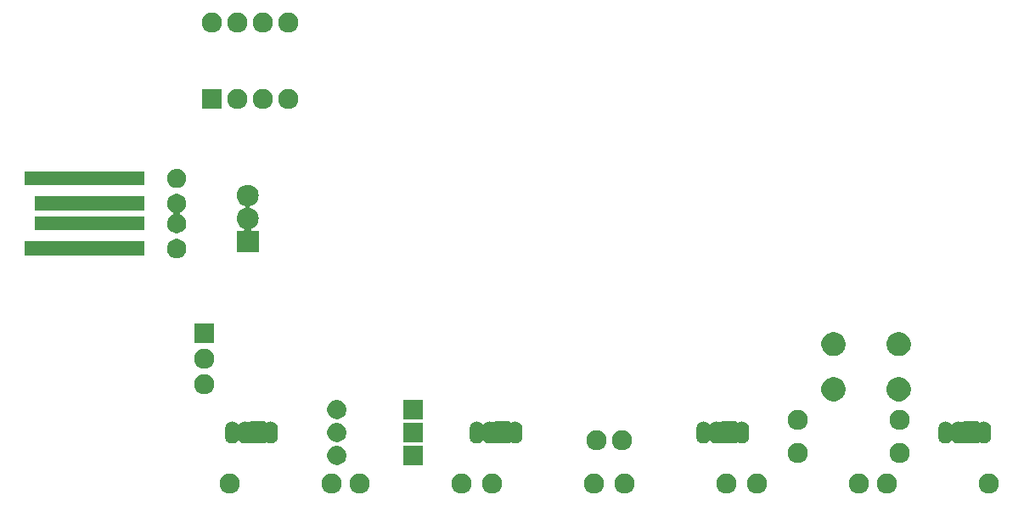
<source format=gts>
G04 #@! TF.GenerationSoftware,KiCad,Pcbnew,(5.1.5-0-10_14)*
G04 #@! TF.CreationDate,2020-10-20T19:31:47+02:00*
G04 #@! TF.ProjectId,badge_2020,62616467-655f-4323-9032-302e6b696361,rev?*
G04 #@! TF.SameCoordinates,Original*
G04 #@! TF.FileFunction,Soldermask,Top*
G04 #@! TF.FilePolarity,Negative*
%FSLAX46Y46*%
G04 Gerber Fmt 4.6, Leading zero omitted, Abs format (unit mm)*
G04 Created by KiCad (PCBNEW (5.1.5-0-10_14)) date 2020-10-20 19:31:47*
%MOMM*%
%LPD*%
G04 APERTURE LIST*
%ADD10C,0.100000*%
G04 APERTURE END LIST*
D10*
G36*
X213587290Y-138725619D02*
G01*
X213651689Y-138738429D01*
X213833678Y-138813811D01*
X213997463Y-138923249D01*
X214136751Y-139062537D01*
X214246189Y-139226322D01*
X214321571Y-139408311D01*
X214360000Y-139601509D01*
X214360000Y-139798491D01*
X214321571Y-139991689D01*
X214246189Y-140173678D01*
X214136751Y-140337463D01*
X213997463Y-140476751D01*
X213833678Y-140586189D01*
X213651689Y-140661571D01*
X213587290Y-140674381D01*
X213458493Y-140700000D01*
X213261507Y-140700000D01*
X213132710Y-140674381D01*
X213068311Y-140661571D01*
X212886322Y-140586189D01*
X212722537Y-140476751D01*
X212583249Y-140337463D01*
X212473811Y-140173678D01*
X212398429Y-139991689D01*
X212360000Y-139798491D01*
X212360000Y-139601509D01*
X212398429Y-139408311D01*
X212473811Y-139226322D01*
X212583249Y-139062537D01*
X212722537Y-138923249D01*
X212886322Y-138813811D01*
X213068311Y-138738429D01*
X213132710Y-138725619D01*
X213261507Y-138700000D01*
X213458493Y-138700000D01*
X213587290Y-138725619D01*
G37*
G36*
X203427290Y-138725619D02*
G01*
X203491689Y-138738429D01*
X203673678Y-138813811D01*
X203837463Y-138923249D01*
X203976751Y-139062537D01*
X204086189Y-139226322D01*
X204161571Y-139408311D01*
X204200000Y-139601509D01*
X204200000Y-139798491D01*
X204161571Y-139991689D01*
X204086189Y-140173678D01*
X203976751Y-140337463D01*
X203837463Y-140476751D01*
X203673678Y-140586189D01*
X203491689Y-140661571D01*
X203427290Y-140674381D01*
X203298493Y-140700000D01*
X203101507Y-140700000D01*
X202972710Y-140674381D01*
X202908311Y-140661571D01*
X202726322Y-140586189D01*
X202562537Y-140476751D01*
X202423249Y-140337463D01*
X202313811Y-140173678D01*
X202238429Y-139991689D01*
X202200000Y-139798491D01*
X202200000Y-139601509D01*
X202238429Y-139408311D01*
X202313811Y-139226322D01*
X202423249Y-139062537D01*
X202562537Y-138923249D01*
X202726322Y-138813811D01*
X202908311Y-138738429D01*
X202972710Y-138725619D01*
X203101507Y-138700000D01*
X203298493Y-138700000D01*
X203427290Y-138725619D01*
G37*
G36*
X200633290Y-138725619D02*
G01*
X200697689Y-138738429D01*
X200879678Y-138813811D01*
X201043463Y-138923249D01*
X201182751Y-139062537D01*
X201292189Y-139226322D01*
X201367571Y-139408311D01*
X201406000Y-139601509D01*
X201406000Y-139798491D01*
X201367571Y-139991689D01*
X201292189Y-140173678D01*
X201182751Y-140337463D01*
X201043463Y-140476751D01*
X200879678Y-140586189D01*
X200697689Y-140661571D01*
X200633290Y-140674381D01*
X200504493Y-140700000D01*
X200307507Y-140700000D01*
X200178710Y-140674381D01*
X200114311Y-140661571D01*
X199932322Y-140586189D01*
X199768537Y-140476751D01*
X199629249Y-140337463D01*
X199519811Y-140173678D01*
X199444429Y-139991689D01*
X199406000Y-139798491D01*
X199406000Y-139601509D01*
X199444429Y-139408311D01*
X199519811Y-139226322D01*
X199629249Y-139062537D01*
X199768537Y-138923249D01*
X199932322Y-138813811D01*
X200114311Y-138738429D01*
X200178710Y-138725619D01*
X200307507Y-138700000D01*
X200504493Y-138700000D01*
X200633290Y-138725619D01*
G37*
G36*
X190473290Y-138725619D02*
G01*
X190537689Y-138738429D01*
X190719678Y-138813811D01*
X190883463Y-138923249D01*
X191022751Y-139062537D01*
X191132189Y-139226322D01*
X191207571Y-139408311D01*
X191246000Y-139601509D01*
X191246000Y-139798491D01*
X191207571Y-139991689D01*
X191132189Y-140173678D01*
X191022751Y-140337463D01*
X190883463Y-140476751D01*
X190719678Y-140586189D01*
X190537689Y-140661571D01*
X190473290Y-140674381D01*
X190344493Y-140700000D01*
X190147507Y-140700000D01*
X190018710Y-140674381D01*
X189954311Y-140661571D01*
X189772322Y-140586189D01*
X189608537Y-140476751D01*
X189469249Y-140337463D01*
X189359811Y-140173678D01*
X189284429Y-139991689D01*
X189246000Y-139798491D01*
X189246000Y-139601509D01*
X189284429Y-139408311D01*
X189359811Y-139226322D01*
X189469249Y-139062537D01*
X189608537Y-138923249D01*
X189772322Y-138813811D01*
X189954311Y-138738429D01*
X190018710Y-138725619D01*
X190147507Y-138700000D01*
X190344493Y-138700000D01*
X190473290Y-138725619D01*
G37*
G36*
X187425290Y-138725619D02*
G01*
X187489689Y-138738429D01*
X187671678Y-138813811D01*
X187835463Y-138923249D01*
X187974751Y-139062537D01*
X188084189Y-139226322D01*
X188159571Y-139408311D01*
X188198000Y-139601509D01*
X188198000Y-139798491D01*
X188159571Y-139991689D01*
X188084189Y-140173678D01*
X187974751Y-140337463D01*
X187835463Y-140476751D01*
X187671678Y-140586189D01*
X187489689Y-140661571D01*
X187425290Y-140674381D01*
X187296493Y-140700000D01*
X187099507Y-140700000D01*
X186970710Y-140674381D01*
X186906311Y-140661571D01*
X186724322Y-140586189D01*
X186560537Y-140476751D01*
X186421249Y-140337463D01*
X186311811Y-140173678D01*
X186236429Y-139991689D01*
X186198000Y-139798491D01*
X186198000Y-139601509D01*
X186236429Y-139408311D01*
X186311811Y-139226322D01*
X186421249Y-139062537D01*
X186560537Y-138923249D01*
X186724322Y-138813811D01*
X186906311Y-138738429D01*
X186970710Y-138725619D01*
X187099507Y-138700000D01*
X187296493Y-138700000D01*
X187425290Y-138725619D01*
G37*
G36*
X177265290Y-138725619D02*
G01*
X177329689Y-138738429D01*
X177511678Y-138813811D01*
X177675463Y-138923249D01*
X177814751Y-139062537D01*
X177924189Y-139226322D01*
X177999571Y-139408311D01*
X178038000Y-139601509D01*
X178038000Y-139798491D01*
X177999571Y-139991689D01*
X177924189Y-140173678D01*
X177814751Y-140337463D01*
X177675463Y-140476751D01*
X177511678Y-140586189D01*
X177329689Y-140661571D01*
X177265290Y-140674381D01*
X177136493Y-140700000D01*
X176939507Y-140700000D01*
X176810710Y-140674381D01*
X176746311Y-140661571D01*
X176564322Y-140586189D01*
X176400537Y-140476751D01*
X176261249Y-140337463D01*
X176151811Y-140173678D01*
X176076429Y-139991689D01*
X176038000Y-139798491D01*
X176038000Y-139601509D01*
X176076429Y-139408311D01*
X176151811Y-139226322D01*
X176261249Y-139062537D01*
X176400537Y-138923249D01*
X176564322Y-138813811D01*
X176746311Y-138738429D01*
X176810710Y-138725619D01*
X176939507Y-138700000D01*
X177136493Y-138700000D01*
X177265290Y-138725619D01*
G37*
G36*
X174217290Y-138725619D02*
G01*
X174281689Y-138738429D01*
X174463678Y-138813811D01*
X174627463Y-138923249D01*
X174766751Y-139062537D01*
X174876189Y-139226322D01*
X174951571Y-139408311D01*
X174990000Y-139601509D01*
X174990000Y-139798491D01*
X174951571Y-139991689D01*
X174876189Y-140173678D01*
X174766751Y-140337463D01*
X174627463Y-140476751D01*
X174463678Y-140586189D01*
X174281689Y-140661571D01*
X174217290Y-140674381D01*
X174088493Y-140700000D01*
X173891507Y-140700000D01*
X173762710Y-140674381D01*
X173698311Y-140661571D01*
X173516322Y-140586189D01*
X173352537Y-140476751D01*
X173213249Y-140337463D01*
X173103811Y-140173678D01*
X173028429Y-139991689D01*
X172990000Y-139798491D01*
X172990000Y-139601509D01*
X173028429Y-139408311D01*
X173103811Y-139226322D01*
X173213249Y-139062537D01*
X173352537Y-138923249D01*
X173516322Y-138813811D01*
X173698311Y-138738429D01*
X173762710Y-138725619D01*
X173891507Y-138700000D01*
X174088493Y-138700000D01*
X174217290Y-138725619D01*
G37*
G36*
X164057290Y-138725619D02*
G01*
X164121689Y-138738429D01*
X164303678Y-138813811D01*
X164467463Y-138923249D01*
X164606751Y-139062537D01*
X164716189Y-139226322D01*
X164791571Y-139408311D01*
X164830000Y-139601509D01*
X164830000Y-139798491D01*
X164791571Y-139991689D01*
X164716189Y-140173678D01*
X164606751Y-140337463D01*
X164467463Y-140476751D01*
X164303678Y-140586189D01*
X164121689Y-140661571D01*
X164057290Y-140674381D01*
X163928493Y-140700000D01*
X163731507Y-140700000D01*
X163602710Y-140674381D01*
X163538311Y-140661571D01*
X163356322Y-140586189D01*
X163192537Y-140476751D01*
X163053249Y-140337463D01*
X162943811Y-140173678D01*
X162868429Y-139991689D01*
X162830000Y-139798491D01*
X162830000Y-139601509D01*
X162868429Y-139408311D01*
X162943811Y-139226322D01*
X163053249Y-139062537D01*
X163192537Y-138923249D01*
X163356322Y-138813811D01*
X163538311Y-138738429D01*
X163602710Y-138725619D01*
X163731507Y-138700000D01*
X163928493Y-138700000D01*
X164057290Y-138725619D01*
G37*
G36*
X161009290Y-138725619D02*
G01*
X161073689Y-138738429D01*
X161255678Y-138813811D01*
X161419463Y-138923249D01*
X161558751Y-139062537D01*
X161668189Y-139226322D01*
X161743571Y-139408311D01*
X161782000Y-139601509D01*
X161782000Y-139798491D01*
X161743571Y-139991689D01*
X161668189Y-140173678D01*
X161558751Y-140337463D01*
X161419463Y-140476751D01*
X161255678Y-140586189D01*
X161073689Y-140661571D01*
X161009290Y-140674381D01*
X160880493Y-140700000D01*
X160683507Y-140700000D01*
X160554710Y-140674381D01*
X160490311Y-140661571D01*
X160308322Y-140586189D01*
X160144537Y-140476751D01*
X160005249Y-140337463D01*
X159895811Y-140173678D01*
X159820429Y-139991689D01*
X159782000Y-139798491D01*
X159782000Y-139601509D01*
X159820429Y-139408311D01*
X159895811Y-139226322D01*
X160005249Y-139062537D01*
X160144537Y-138923249D01*
X160308322Y-138813811D01*
X160490311Y-138738429D01*
X160554710Y-138725619D01*
X160683507Y-138700000D01*
X160880493Y-138700000D01*
X161009290Y-138725619D01*
G37*
G36*
X150849290Y-138725619D02*
G01*
X150913689Y-138738429D01*
X151095678Y-138813811D01*
X151259463Y-138923249D01*
X151398751Y-139062537D01*
X151508189Y-139226322D01*
X151583571Y-139408311D01*
X151622000Y-139601509D01*
X151622000Y-139798491D01*
X151583571Y-139991689D01*
X151508189Y-140173678D01*
X151398751Y-140337463D01*
X151259463Y-140476751D01*
X151095678Y-140586189D01*
X150913689Y-140661571D01*
X150849290Y-140674381D01*
X150720493Y-140700000D01*
X150523507Y-140700000D01*
X150394710Y-140674381D01*
X150330311Y-140661571D01*
X150148322Y-140586189D01*
X149984537Y-140476751D01*
X149845249Y-140337463D01*
X149735811Y-140173678D01*
X149660429Y-139991689D01*
X149622000Y-139798491D01*
X149622000Y-139601509D01*
X149660429Y-139408311D01*
X149735811Y-139226322D01*
X149845249Y-139062537D01*
X149984537Y-138923249D01*
X150148322Y-138813811D01*
X150330311Y-138738429D01*
X150394710Y-138725619D01*
X150523507Y-138700000D01*
X150720493Y-138700000D01*
X150849290Y-138725619D01*
G37*
G36*
X148055290Y-138725619D02*
G01*
X148119689Y-138738429D01*
X148301678Y-138813811D01*
X148465463Y-138923249D01*
X148604751Y-139062537D01*
X148714189Y-139226322D01*
X148789571Y-139408311D01*
X148828000Y-139601509D01*
X148828000Y-139798491D01*
X148789571Y-139991689D01*
X148714189Y-140173678D01*
X148604751Y-140337463D01*
X148465463Y-140476751D01*
X148301678Y-140586189D01*
X148119689Y-140661571D01*
X148055290Y-140674381D01*
X147926493Y-140700000D01*
X147729507Y-140700000D01*
X147600710Y-140674381D01*
X147536311Y-140661571D01*
X147354322Y-140586189D01*
X147190537Y-140476751D01*
X147051249Y-140337463D01*
X146941811Y-140173678D01*
X146866429Y-139991689D01*
X146828000Y-139798491D01*
X146828000Y-139601509D01*
X146866429Y-139408311D01*
X146941811Y-139226322D01*
X147051249Y-139062537D01*
X147190537Y-138923249D01*
X147354322Y-138813811D01*
X147536311Y-138738429D01*
X147600710Y-138725619D01*
X147729507Y-138700000D01*
X147926493Y-138700000D01*
X148055290Y-138725619D01*
G37*
G36*
X137895290Y-138725619D02*
G01*
X137959689Y-138738429D01*
X138141678Y-138813811D01*
X138305463Y-138923249D01*
X138444751Y-139062537D01*
X138554189Y-139226322D01*
X138629571Y-139408311D01*
X138668000Y-139601509D01*
X138668000Y-139798491D01*
X138629571Y-139991689D01*
X138554189Y-140173678D01*
X138444751Y-140337463D01*
X138305463Y-140476751D01*
X138141678Y-140586189D01*
X137959689Y-140661571D01*
X137895290Y-140674381D01*
X137766493Y-140700000D01*
X137569507Y-140700000D01*
X137440710Y-140674381D01*
X137376311Y-140661571D01*
X137194322Y-140586189D01*
X137030537Y-140476751D01*
X136891249Y-140337463D01*
X136781811Y-140173678D01*
X136706429Y-139991689D01*
X136668000Y-139798491D01*
X136668000Y-139601509D01*
X136706429Y-139408311D01*
X136781811Y-139226322D01*
X136891249Y-139062537D01*
X137030537Y-138923249D01*
X137194322Y-138813811D01*
X137376311Y-138738429D01*
X137440710Y-138725619D01*
X137569507Y-138700000D01*
X137766493Y-138700000D01*
X137895290Y-138725619D01*
G37*
G36*
X156906000Y-137856000D02*
G01*
X155006000Y-137856000D01*
X155006000Y-135956000D01*
X156906000Y-135956000D01*
X156906000Y-137856000D01*
G37*
G36*
X148521336Y-135974254D02*
G01*
X148613105Y-135992508D01*
X148785994Y-136064121D01*
X148941590Y-136168087D01*
X149073913Y-136300410D01*
X149177879Y-136456006D01*
X149249492Y-136628895D01*
X149286000Y-136812433D01*
X149286000Y-136999567D01*
X149249492Y-137183105D01*
X149177879Y-137355994D01*
X149073913Y-137511590D01*
X148941590Y-137643913D01*
X148785994Y-137747879D01*
X148613105Y-137819492D01*
X148521336Y-137837746D01*
X148429568Y-137856000D01*
X148242432Y-137856000D01*
X148150664Y-137837746D01*
X148058895Y-137819492D01*
X147886006Y-137747879D01*
X147730410Y-137643913D01*
X147598087Y-137511590D01*
X147494121Y-137355994D01*
X147422508Y-137183105D01*
X147386000Y-136999567D01*
X147386000Y-136812433D01*
X147422508Y-136628895D01*
X147494121Y-136456006D01*
X147598087Y-136300410D01*
X147730410Y-136168087D01*
X147886006Y-136064121D01*
X148058895Y-135992508D01*
X148150664Y-135974254D01*
X148242432Y-135956000D01*
X148429568Y-135956000D01*
X148521336Y-135974254D01*
G37*
G36*
X194537290Y-135677619D02*
G01*
X194601689Y-135690429D01*
X194783678Y-135765811D01*
X194947463Y-135875249D01*
X195086751Y-136014537D01*
X195196189Y-136178322D01*
X195264637Y-136343571D01*
X195271571Y-136360312D01*
X195310000Y-136553507D01*
X195310000Y-136750493D01*
X195297679Y-136812433D01*
X195271571Y-136943689D01*
X195196189Y-137125678D01*
X195086751Y-137289463D01*
X194947463Y-137428751D01*
X194783678Y-137538189D01*
X194601689Y-137613571D01*
X194537290Y-137626381D01*
X194408493Y-137652000D01*
X194211507Y-137652000D01*
X194082710Y-137626381D01*
X194018311Y-137613571D01*
X193836322Y-137538189D01*
X193672537Y-137428751D01*
X193533249Y-137289463D01*
X193423811Y-137125678D01*
X193348429Y-136943689D01*
X193322321Y-136812433D01*
X193310000Y-136750493D01*
X193310000Y-136553507D01*
X193348429Y-136360312D01*
X193355363Y-136343571D01*
X193423811Y-136178322D01*
X193533249Y-136014537D01*
X193672537Y-135875249D01*
X193836322Y-135765811D01*
X194018311Y-135690429D01*
X194082710Y-135677619D01*
X194211507Y-135652000D01*
X194408493Y-135652000D01*
X194537290Y-135677619D01*
G37*
G36*
X204697290Y-135677619D02*
G01*
X204761689Y-135690429D01*
X204943678Y-135765811D01*
X205107463Y-135875249D01*
X205246751Y-136014537D01*
X205356189Y-136178322D01*
X205424637Y-136343571D01*
X205431571Y-136360312D01*
X205470000Y-136553507D01*
X205470000Y-136750493D01*
X205457679Y-136812433D01*
X205431571Y-136943689D01*
X205356189Y-137125678D01*
X205246751Y-137289463D01*
X205107463Y-137428751D01*
X204943678Y-137538189D01*
X204761689Y-137613571D01*
X204697290Y-137626381D01*
X204568493Y-137652000D01*
X204371507Y-137652000D01*
X204242710Y-137626381D01*
X204178311Y-137613571D01*
X203996322Y-137538189D01*
X203832537Y-137428751D01*
X203693249Y-137289463D01*
X203583811Y-137125678D01*
X203508429Y-136943689D01*
X203482321Y-136812433D01*
X203470000Y-136750493D01*
X203470000Y-136553507D01*
X203508429Y-136360312D01*
X203515363Y-136343571D01*
X203583811Y-136178322D01*
X203693249Y-136014537D01*
X203832537Y-135875249D01*
X203996322Y-135765811D01*
X204178311Y-135690429D01*
X204242710Y-135677619D01*
X204371507Y-135652000D01*
X204568493Y-135652000D01*
X204697290Y-135677619D01*
G37*
G36*
X177011290Y-134407619D02*
G01*
X177075689Y-134420429D01*
X177257678Y-134495811D01*
X177421463Y-134605249D01*
X177560751Y-134744537D01*
X177670189Y-134908322D01*
X177745571Y-135090311D01*
X177758381Y-135154710D01*
X177772480Y-135225590D01*
X177784000Y-135283509D01*
X177784000Y-135480491D01*
X177745571Y-135673689D01*
X177670189Y-135855678D01*
X177560751Y-136019463D01*
X177421463Y-136158751D01*
X177257678Y-136268189D01*
X177075689Y-136343571D01*
X177011290Y-136356381D01*
X176882493Y-136382000D01*
X176685507Y-136382000D01*
X176556710Y-136356381D01*
X176492311Y-136343571D01*
X176310322Y-136268189D01*
X176146537Y-136158751D01*
X176007249Y-136019463D01*
X175897811Y-135855678D01*
X175822429Y-135673689D01*
X175784000Y-135480491D01*
X175784000Y-135283509D01*
X175795521Y-135225590D01*
X175809619Y-135154710D01*
X175822429Y-135090311D01*
X175897811Y-134908322D01*
X176007249Y-134744537D01*
X176146537Y-134605249D01*
X176310322Y-134495811D01*
X176492311Y-134420429D01*
X176556710Y-134407619D01*
X176685507Y-134382000D01*
X176882493Y-134382000D01*
X177011290Y-134407619D01*
G37*
G36*
X174471290Y-134407619D02*
G01*
X174535689Y-134420429D01*
X174717678Y-134495811D01*
X174881463Y-134605249D01*
X175020751Y-134744537D01*
X175130189Y-134908322D01*
X175205571Y-135090311D01*
X175218381Y-135154710D01*
X175232480Y-135225590D01*
X175244000Y-135283509D01*
X175244000Y-135480491D01*
X175205571Y-135673689D01*
X175130189Y-135855678D01*
X175020751Y-136019463D01*
X174881463Y-136158751D01*
X174717678Y-136268189D01*
X174535689Y-136343571D01*
X174471290Y-136356381D01*
X174342493Y-136382000D01*
X174145507Y-136382000D01*
X174016710Y-136356381D01*
X173952311Y-136343571D01*
X173770322Y-136268189D01*
X173606537Y-136158751D01*
X173467249Y-136019463D01*
X173357811Y-135855678D01*
X173282429Y-135673689D01*
X173244000Y-135480491D01*
X173244000Y-135283509D01*
X173255521Y-135225590D01*
X173269619Y-135154710D01*
X173282429Y-135090311D01*
X173357811Y-134908322D01*
X173467249Y-134744537D01*
X173606537Y-134605249D01*
X173770322Y-134495811D01*
X173952311Y-134420429D01*
X174016710Y-134407619D01*
X174145507Y-134382000D01*
X174342493Y-134382000D01*
X174471290Y-134407619D01*
G37*
G36*
X188866085Y-133530635D02*
G01*
X188956068Y-133557931D01*
X189004637Y-133572664D01*
X189132319Y-133640912D01*
X189244238Y-133732762D01*
X189336088Y-133844681D01*
X189404336Y-133972363D01*
X189404337Y-133972367D01*
X189446365Y-134110915D01*
X189457000Y-134218895D01*
X189457000Y-135021105D01*
X189446365Y-135129085D01*
X189417091Y-135225589D01*
X189404336Y-135267637D01*
X189336088Y-135395319D01*
X189244238Y-135507238D01*
X189132318Y-135599088D01*
X189004636Y-135667336D01*
X188968584Y-135678272D01*
X188866084Y-135709365D01*
X188722000Y-135723556D01*
X188577915Y-135709365D01*
X188475415Y-135678272D01*
X188439363Y-135667336D01*
X188370923Y-135630754D01*
X188348284Y-135621376D01*
X188324251Y-135616596D01*
X188299747Y-135616596D01*
X188275713Y-135621377D01*
X188253075Y-135630754D01*
X188232700Y-135644368D01*
X188215373Y-135661695D01*
X188201760Y-135682069D01*
X188192382Y-135704708D01*
X188190114Y-135720000D01*
X186714932Y-135720000D01*
X186714598Y-135716606D01*
X186707485Y-135693157D01*
X186695934Y-135671546D01*
X186680389Y-135652604D01*
X186661447Y-135637059D01*
X186639836Y-135625508D01*
X186616387Y-135618395D01*
X186592001Y-135615993D01*
X186567615Y-135618395D01*
X186544166Y-135625508D01*
X186533077Y-135630753D01*
X186464636Y-135667336D01*
X186428584Y-135678272D01*
X186326084Y-135709365D01*
X186182000Y-135723556D01*
X186037915Y-135709365D01*
X185935415Y-135678272D01*
X185899363Y-135667336D01*
X185771681Y-135599088D01*
X185659762Y-135507238D01*
X185643625Y-135487575D01*
X185626298Y-135470248D01*
X185605923Y-135456634D01*
X185583284Y-135447257D01*
X185559251Y-135442477D01*
X185534747Y-135442477D01*
X185510714Y-135447258D01*
X185488075Y-135456635D01*
X185467701Y-135470249D01*
X185450375Y-135487575D01*
X185434238Y-135507238D01*
X185322318Y-135599088D01*
X185194636Y-135667336D01*
X185158584Y-135678272D01*
X185056084Y-135709365D01*
X184912000Y-135723556D01*
X184767915Y-135709365D01*
X184665415Y-135678272D01*
X184629363Y-135667336D01*
X184501681Y-135599088D01*
X184389762Y-135507238D01*
X184297912Y-135395318D01*
X184229664Y-135267636D01*
X184216909Y-135225589D01*
X184187635Y-135129084D01*
X184177000Y-135021104D01*
X184177000Y-134218895D01*
X184187635Y-134110915D01*
X184229664Y-133972367D01*
X184229665Y-133972364D01*
X184297913Y-133844681D01*
X184389763Y-133732762D01*
X184501682Y-133640912D01*
X184629364Y-133572664D01*
X184677933Y-133557931D01*
X184767916Y-133530635D01*
X184912000Y-133516444D01*
X185056085Y-133530635D01*
X185146068Y-133557931D01*
X185194637Y-133572664D01*
X185322319Y-133640912D01*
X185323265Y-133641688D01*
X185434238Y-133732762D01*
X185450380Y-133752431D01*
X185467704Y-133769753D01*
X185488078Y-133783367D01*
X185510717Y-133792744D01*
X185534750Y-133797524D01*
X185559255Y-133797524D01*
X185583288Y-133792743D01*
X185605926Y-133783366D01*
X185626301Y-133769752D01*
X185643621Y-133752431D01*
X185659763Y-133732762D01*
X185770735Y-133641689D01*
X185771682Y-133640912D01*
X185899364Y-133572664D01*
X185947933Y-133557931D01*
X186037916Y-133530635D01*
X186182000Y-133516444D01*
X186326085Y-133530635D01*
X186416068Y-133557931D01*
X186464637Y-133572664D01*
X186533077Y-133609246D01*
X186555716Y-133618624D01*
X186579749Y-133623404D01*
X186604253Y-133623404D01*
X186628287Y-133618623D01*
X186650925Y-133609246D01*
X186671300Y-133595632D01*
X186688627Y-133578305D01*
X186702240Y-133557931D01*
X186711618Y-133535292D01*
X186713886Y-133520000D01*
X188189068Y-133520000D01*
X188189402Y-133523394D01*
X188196515Y-133546843D01*
X188208066Y-133568454D01*
X188223611Y-133587396D01*
X188242553Y-133602941D01*
X188264164Y-133614492D01*
X188287613Y-133621605D01*
X188311999Y-133624007D01*
X188336385Y-133621605D01*
X188359834Y-133614492D01*
X188370923Y-133609247D01*
X188439364Y-133572664D01*
X188487933Y-133557931D01*
X188577916Y-133530635D01*
X188722000Y-133516444D01*
X188866085Y-133530635D01*
G37*
G36*
X212996085Y-133530635D02*
G01*
X213086068Y-133557931D01*
X213134637Y-133572664D01*
X213262319Y-133640912D01*
X213374238Y-133732762D01*
X213466088Y-133844681D01*
X213534336Y-133972363D01*
X213534337Y-133972367D01*
X213576365Y-134110915D01*
X213587000Y-134218895D01*
X213587000Y-135021105D01*
X213576365Y-135129085D01*
X213547091Y-135225589D01*
X213534336Y-135267637D01*
X213466088Y-135395319D01*
X213374238Y-135507238D01*
X213262318Y-135599088D01*
X213134636Y-135667336D01*
X213098584Y-135678272D01*
X212996084Y-135709365D01*
X212852000Y-135723556D01*
X212707915Y-135709365D01*
X212605415Y-135678272D01*
X212569363Y-135667336D01*
X212500923Y-135630754D01*
X212478284Y-135621376D01*
X212454251Y-135616596D01*
X212429747Y-135616596D01*
X212405713Y-135621377D01*
X212383075Y-135630754D01*
X212362700Y-135644368D01*
X212345373Y-135661695D01*
X212331760Y-135682069D01*
X212322382Y-135704708D01*
X212320114Y-135720000D01*
X210844932Y-135720000D01*
X210844598Y-135716606D01*
X210837485Y-135693157D01*
X210825934Y-135671546D01*
X210810389Y-135652604D01*
X210791447Y-135637059D01*
X210769836Y-135625508D01*
X210746387Y-135618395D01*
X210722001Y-135615993D01*
X210697615Y-135618395D01*
X210674166Y-135625508D01*
X210663077Y-135630753D01*
X210594636Y-135667336D01*
X210558584Y-135678272D01*
X210456084Y-135709365D01*
X210312000Y-135723556D01*
X210167915Y-135709365D01*
X210065415Y-135678272D01*
X210029363Y-135667336D01*
X209901681Y-135599088D01*
X209789762Y-135507238D01*
X209773625Y-135487575D01*
X209756298Y-135470248D01*
X209735923Y-135456634D01*
X209713284Y-135447257D01*
X209689251Y-135442477D01*
X209664747Y-135442477D01*
X209640714Y-135447258D01*
X209618075Y-135456635D01*
X209597701Y-135470249D01*
X209580375Y-135487575D01*
X209564238Y-135507238D01*
X209452318Y-135599088D01*
X209324636Y-135667336D01*
X209288584Y-135678272D01*
X209186084Y-135709365D01*
X209042000Y-135723556D01*
X208897915Y-135709365D01*
X208795415Y-135678272D01*
X208759363Y-135667336D01*
X208631681Y-135599088D01*
X208519762Y-135507238D01*
X208427912Y-135395318D01*
X208359664Y-135267636D01*
X208346909Y-135225589D01*
X208317635Y-135129084D01*
X208307000Y-135021104D01*
X208307000Y-134218895D01*
X208317635Y-134110915D01*
X208359664Y-133972367D01*
X208359665Y-133972364D01*
X208427913Y-133844681D01*
X208519763Y-133732762D01*
X208631682Y-133640912D01*
X208759364Y-133572664D01*
X208807933Y-133557931D01*
X208897916Y-133530635D01*
X209042000Y-133516444D01*
X209186085Y-133530635D01*
X209276068Y-133557931D01*
X209324637Y-133572664D01*
X209452319Y-133640912D01*
X209453265Y-133641688D01*
X209564238Y-133732762D01*
X209580380Y-133752431D01*
X209597704Y-133769753D01*
X209618078Y-133783367D01*
X209640717Y-133792744D01*
X209664750Y-133797524D01*
X209689255Y-133797524D01*
X209713288Y-133792743D01*
X209735926Y-133783366D01*
X209756301Y-133769752D01*
X209773621Y-133752431D01*
X209789763Y-133732762D01*
X209900735Y-133641689D01*
X209901682Y-133640912D01*
X210029364Y-133572664D01*
X210077933Y-133557931D01*
X210167916Y-133530635D01*
X210312000Y-133516444D01*
X210456085Y-133530635D01*
X210546068Y-133557931D01*
X210594637Y-133572664D01*
X210663077Y-133609246D01*
X210685716Y-133618624D01*
X210709749Y-133623404D01*
X210734253Y-133623404D01*
X210758287Y-133618623D01*
X210780925Y-133609246D01*
X210801300Y-133595632D01*
X210818627Y-133578305D01*
X210832240Y-133557931D01*
X210841618Y-133535292D01*
X210843886Y-133520000D01*
X212319068Y-133520000D01*
X212319402Y-133523394D01*
X212326515Y-133546843D01*
X212338066Y-133568454D01*
X212353611Y-133587396D01*
X212372553Y-133602941D01*
X212394164Y-133614492D01*
X212417613Y-133621605D01*
X212441999Y-133624007D01*
X212466385Y-133621605D01*
X212489834Y-133614492D01*
X212500923Y-133609247D01*
X212569364Y-133572664D01*
X212617933Y-133557931D01*
X212707916Y-133530635D01*
X212852000Y-133516444D01*
X212996085Y-133530635D01*
G37*
G36*
X166260085Y-133530635D02*
G01*
X166350068Y-133557931D01*
X166398637Y-133572664D01*
X166526319Y-133640912D01*
X166638238Y-133732762D01*
X166730088Y-133844681D01*
X166798336Y-133972363D01*
X166798337Y-133972367D01*
X166840365Y-134110915D01*
X166851000Y-134218895D01*
X166851000Y-135021105D01*
X166840365Y-135129085D01*
X166811091Y-135225589D01*
X166798336Y-135267637D01*
X166730088Y-135395319D01*
X166638238Y-135507238D01*
X166526318Y-135599088D01*
X166398636Y-135667336D01*
X166362584Y-135678272D01*
X166260084Y-135709365D01*
X166116000Y-135723556D01*
X165971915Y-135709365D01*
X165869415Y-135678272D01*
X165833363Y-135667336D01*
X165764923Y-135630754D01*
X165742284Y-135621376D01*
X165718251Y-135616596D01*
X165693747Y-135616596D01*
X165669713Y-135621377D01*
X165647075Y-135630754D01*
X165626700Y-135644368D01*
X165609373Y-135661695D01*
X165595760Y-135682069D01*
X165586382Y-135704708D01*
X165584114Y-135720000D01*
X164108932Y-135720000D01*
X164108598Y-135716606D01*
X164101485Y-135693157D01*
X164089934Y-135671546D01*
X164074389Y-135652604D01*
X164055447Y-135637059D01*
X164033836Y-135625508D01*
X164010387Y-135618395D01*
X163986001Y-135615993D01*
X163961615Y-135618395D01*
X163938166Y-135625508D01*
X163927077Y-135630753D01*
X163858636Y-135667336D01*
X163822584Y-135678272D01*
X163720084Y-135709365D01*
X163576000Y-135723556D01*
X163431915Y-135709365D01*
X163329415Y-135678272D01*
X163293363Y-135667336D01*
X163165681Y-135599088D01*
X163053762Y-135507238D01*
X163037625Y-135487575D01*
X163020298Y-135470248D01*
X162999923Y-135456634D01*
X162977284Y-135447257D01*
X162953251Y-135442477D01*
X162928747Y-135442477D01*
X162904714Y-135447258D01*
X162882075Y-135456635D01*
X162861701Y-135470249D01*
X162844375Y-135487575D01*
X162828238Y-135507238D01*
X162716318Y-135599088D01*
X162588636Y-135667336D01*
X162552584Y-135678272D01*
X162450084Y-135709365D01*
X162306000Y-135723556D01*
X162161915Y-135709365D01*
X162059415Y-135678272D01*
X162023363Y-135667336D01*
X161895681Y-135599088D01*
X161783762Y-135507238D01*
X161691912Y-135395318D01*
X161623664Y-135267636D01*
X161610909Y-135225589D01*
X161581635Y-135129084D01*
X161571000Y-135021104D01*
X161571000Y-134218895D01*
X161581635Y-134110915D01*
X161623664Y-133972367D01*
X161623665Y-133972364D01*
X161691913Y-133844681D01*
X161783763Y-133732762D01*
X161895682Y-133640912D01*
X162023364Y-133572664D01*
X162071933Y-133557931D01*
X162161916Y-133530635D01*
X162306000Y-133516444D01*
X162450085Y-133530635D01*
X162540068Y-133557931D01*
X162588637Y-133572664D01*
X162716319Y-133640912D01*
X162717265Y-133641688D01*
X162828238Y-133732762D01*
X162844380Y-133752431D01*
X162861704Y-133769753D01*
X162882078Y-133783367D01*
X162904717Y-133792744D01*
X162928750Y-133797524D01*
X162953255Y-133797524D01*
X162977288Y-133792743D01*
X162999926Y-133783366D01*
X163020301Y-133769752D01*
X163037621Y-133752431D01*
X163053763Y-133732762D01*
X163164735Y-133641689D01*
X163165682Y-133640912D01*
X163293364Y-133572664D01*
X163341933Y-133557931D01*
X163431916Y-133530635D01*
X163576000Y-133516444D01*
X163720085Y-133530635D01*
X163810068Y-133557931D01*
X163858637Y-133572664D01*
X163927077Y-133609246D01*
X163949716Y-133618624D01*
X163973749Y-133623404D01*
X163998253Y-133623404D01*
X164022287Y-133618623D01*
X164044925Y-133609246D01*
X164065300Y-133595632D01*
X164082627Y-133578305D01*
X164096240Y-133557931D01*
X164105618Y-133535292D01*
X164107886Y-133520000D01*
X165583068Y-133520000D01*
X165583402Y-133523394D01*
X165590515Y-133546843D01*
X165602066Y-133568454D01*
X165617611Y-133587396D01*
X165636553Y-133602941D01*
X165658164Y-133614492D01*
X165681613Y-133621605D01*
X165705999Y-133624007D01*
X165730385Y-133621605D01*
X165753834Y-133614492D01*
X165764923Y-133609247D01*
X165833364Y-133572664D01*
X165881933Y-133557931D01*
X165971916Y-133530635D01*
X166116000Y-133516444D01*
X166260085Y-133530635D01*
G37*
G36*
X141876085Y-133530635D02*
G01*
X141966068Y-133557931D01*
X142014637Y-133572664D01*
X142142319Y-133640912D01*
X142254238Y-133732762D01*
X142346088Y-133844681D01*
X142414336Y-133972363D01*
X142414337Y-133972367D01*
X142456365Y-134110915D01*
X142467000Y-134218895D01*
X142467000Y-135021105D01*
X142456365Y-135129085D01*
X142427091Y-135225589D01*
X142414336Y-135267637D01*
X142346088Y-135395319D01*
X142254238Y-135507238D01*
X142142318Y-135599088D01*
X142014636Y-135667336D01*
X141978584Y-135678272D01*
X141876084Y-135709365D01*
X141732000Y-135723556D01*
X141587915Y-135709365D01*
X141485415Y-135678272D01*
X141449363Y-135667336D01*
X141380923Y-135630754D01*
X141358284Y-135621376D01*
X141334251Y-135616596D01*
X141309747Y-135616596D01*
X141285713Y-135621377D01*
X141263075Y-135630754D01*
X141242700Y-135644368D01*
X141225373Y-135661695D01*
X141211760Y-135682069D01*
X141202382Y-135704708D01*
X141200114Y-135720000D01*
X139724932Y-135720000D01*
X139724598Y-135716606D01*
X139717485Y-135693157D01*
X139705934Y-135671546D01*
X139690389Y-135652604D01*
X139671447Y-135637059D01*
X139649836Y-135625508D01*
X139626387Y-135618395D01*
X139602001Y-135615993D01*
X139577615Y-135618395D01*
X139554166Y-135625508D01*
X139543077Y-135630753D01*
X139474636Y-135667336D01*
X139438584Y-135678272D01*
X139336084Y-135709365D01*
X139192000Y-135723556D01*
X139047915Y-135709365D01*
X138945415Y-135678272D01*
X138909363Y-135667336D01*
X138781681Y-135599088D01*
X138669762Y-135507238D01*
X138653625Y-135487575D01*
X138636298Y-135470248D01*
X138615923Y-135456634D01*
X138593284Y-135447257D01*
X138569251Y-135442477D01*
X138544747Y-135442477D01*
X138520714Y-135447258D01*
X138498075Y-135456635D01*
X138477701Y-135470249D01*
X138460375Y-135487575D01*
X138444238Y-135507238D01*
X138332318Y-135599088D01*
X138204636Y-135667336D01*
X138168584Y-135678272D01*
X138066084Y-135709365D01*
X137922000Y-135723556D01*
X137777915Y-135709365D01*
X137675415Y-135678272D01*
X137639363Y-135667336D01*
X137511681Y-135599088D01*
X137399762Y-135507238D01*
X137307912Y-135395318D01*
X137239664Y-135267636D01*
X137226909Y-135225589D01*
X137197635Y-135129084D01*
X137187000Y-135021104D01*
X137187000Y-134218895D01*
X137197635Y-134110915D01*
X137239664Y-133972367D01*
X137239665Y-133972364D01*
X137307913Y-133844681D01*
X137399763Y-133732762D01*
X137511682Y-133640912D01*
X137639364Y-133572664D01*
X137687933Y-133557931D01*
X137777916Y-133530635D01*
X137922000Y-133516444D01*
X138066085Y-133530635D01*
X138156068Y-133557931D01*
X138204637Y-133572664D01*
X138332319Y-133640912D01*
X138333265Y-133641688D01*
X138444238Y-133732762D01*
X138460380Y-133752431D01*
X138477704Y-133769753D01*
X138498078Y-133783367D01*
X138520717Y-133792744D01*
X138544750Y-133797524D01*
X138569255Y-133797524D01*
X138593288Y-133792743D01*
X138615926Y-133783366D01*
X138636301Y-133769752D01*
X138653621Y-133752431D01*
X138669763Y-133732762D01*
X138780735Y-133641689D01*
X138781682Y-133640912D01*
X138909364Y-133572664D01*
X138957933Y-133557931D01*
X139047916Y-133530635D01*
X139192000Y-133516444D01*
X139336085Y-133530635D01*
X139426068Y-133557931D01*
X139474637Y-133572664D01*
X139543077Y-133609246D01*
X139565716Y-133618624D01*
X139589749Y-133623404D01*
X139614253Y-133623404D01*
X139638287Y-133618623D01*
X139660925Y-133609246D01*
X139681300Y-133595632D01*
X139698627Y-133578305D01*
X139712240Y-133557931D01*
X139721618Y-133535292D01*
X139723886Y-133520000D01*
X141199068Y-133520000D01*
X141199402Y-133523394D01*
X141206515Y-133546843D01*
X141218066Y-133568454D01*
X141233611Y-133587396D01*
X141252553Y-133602941D01*
X141274164Y-133614492D01*
X141297613Y-133621605D01*
X141321999Y-133624007D01*
X141346385Y-133621605D01*
X141369834Y-133614492D01*
X141380923Y-133609247D01*
X141449364Y-133572664D01*
X141497933Y-133557931D01*
X141587916Y-133530635D01*
X141732000Y-133516444D01*
X141876085Y-133530635D01*
G37*
G36*
X156906000Y-135570000D02*
G01*
X155006000Y-135570000D01*
X155006000Y-133670000D01*
X156906000Y-133670000D01*
X156906000Y-135570000D01*
G37*
G36*
X148521336Y-133688254D02*
G01*
X148613105Y-133706508D01*
X148785994Y-133778121D01*
X148941590Y-133882087D01*
X149073913Y-134014410D01*
X149177879Y-134170006D01*
X149249492Y-134342895D01*
X149286000Y-134526433D01*
X149286000Y-134713567D01*
X149249492Y-134897105D01*
X149177879Y-135069994D01*
X149073913Y-135225590D01*
X148941590Y-135357913D01*
X148785994Y-135461879D01*
X148613105Y-135533492D01*
X148521336Y-135551746D01*
X148429568Y-135570000D01*
X148242432Y-135570000D01*
X148150664Y-135551746D01*
X148058895Y-135533492D01*
X147886006Y-135461879D01*
X147730410Y-135357913D01*
X147598087Y-135225590D01*
X147494121Y-135069994D01*
X147422508Y-134897105D01*
X147386000Y-134713567D01*
X147386000Y-134526433D01*
X147422508Y-134342895D01*
X147494121Y-134170006D01*
X147598087Y-134014410D01*
X147730410Y-133882087D01*
X147886006Y-133778121D01*
X148058895Y-133706508D01*
X148150664Y-133688254D01*
X148242432Y-133670000D01*
X148429568Y-133670000D01*
X148521336Y-133688254D01*
G37*
G36*
X194537290Y-132375619D02*
G01*
X194601689Y-132388429D01*
X194783678Y-132463811D01*
X194947463Y-132573249D01*
X195086751Y-132712537D01*
X195196189Y-132876322D01*
X195271571Y-133058311D01*
X195284381Y-133122710D01*
X195310000Y-133251507D01*
X195310000Y-133448493D01*
X195290437Y-133546843D01*
X195271571Y-133641689D01*
X195196189Y-133823678D01*
X195086751Y-133987463D01*
X194947463Y-134126751D01*
X194783678Y-134236189D01*
X194601689Y-134311571D01*
X194537290Y-134324381D01*
X194408493Y-134350000D01*
X194211507Y-134350000D01*
X194082710Y-134324381D01*
X194018311Y-134311571D01*
X193836322Y-134236189D01*
X193672537Y-134126751D01*
X193533249Y-133987463D01*
X193423811Y-133823678D01*
X193348429Y-133641689D01*
X193329563Y-133546843D01*
X193310000Y-133448493D01*
X193310000Y-133251507D01*
X193335619Y-133122710D01*
X193348429Y-133058311D01*
X193423811Y-132876322D01*
X193533249Y-132712537D01*
X193672537Y-132573249D01*
X193836322Y-132463811D01*
X194018311Y-132388429D01*
X194082710Y-132375619D01*
X194211507Y-132350000D01*
X194408493Y-132350000D01*
X194537290Y-132375619D01*
G37*
G36*
X204697290Y-132375619D02*
G01*
X204761689Y-132388429D01*
X204943678Y-132463811D01*
X205107463Y-132573249D01*
X205246751Y-132712537D01*
X205356189Y-132876322D01*
X205431571Y-133058311D01*
X205444381Y-133122710D01*
X205470000Y-133251507D01*
X205470000Y-133448493D01*
X205450437Y-133546843D01*
X205431571Y-133641689D01*
X205356189Y-133823678D01*
X205246751Y-133987463D01*
X205107463Y-134126751D01*
X204943678Y-134236189D01*
X204761689Y-134311571D01*
X204697290Y-134324381D01*
X204568493Y-134350000D01*
X204371507Y-134350000D01*
X204242710Y-134324381D01*
X204178311Y-134311571D01*
X203996322Y-134236189D01*
X203832537Y-134126751D01*
X203693249Y-133987463D01*
X203583811Y-133823678D01*
X203508429Y-133641689D01*
X203489563Y-133546843D01*
X203470000Y-133448493D01*
X203470000Y-133251507D01*
X203495619Y-133122710D01*
X203508429Y-133058311D01*
X203583811Y-132876322D01*
X203693249Y-132712537D01*
X203832537Y-132573249D01*
X203996322Y-132463811D01*
X204178311Y-132388429D01*
X204242710Y-132375619D01*
X204371507Y-132350000D01*
X204568493Y-132350000D01*
X204697290Y-132375619D01*
G37*
G36*
X148521336Y-131402254D02*
G01*
X148613105Y-131420508D01*
X148785994Y-131492121D01*
X148941590Y-131596087D01*
X149073913Y-131728410D01*
X149177879Y-131884006D01*
X149249492Y-132056895D01*
X149286000Y-132240433D01*
X149286000Y-132427567D01*
X149249492Y-132611105D01*
X149177879Y-132783994D01*
X149073913Y-132939590D01*
X148941590Y-133071913D01*
X148785994Y-133175879D01*
X148613105Y-133247492D01*
X148521336Y-133265746D01*
X148429568Y-133284000D01*
X148242432Y-133284000D01*
X148150664Y-133265746D01*
X148058895Y-133247492D01*
X147886006Y-133175879D01*
X147730410Y-133071913D01*
X147598087Y-132939590D01*
X147494121Y-132783994D01*
X147422508Y-132611105D01*
X147386000Y-132427567D01*
X147386000Y-132240433D01*
X147422508Y-132056895D01*
X147494121Y-131884006D01*
X147598087Y-131728410D01*
X147730410Y-131596087D01*
X147886006Y-131492121D01*
X148058895Y-131420508D01*
X148150664Y-131402254D01*
X148242432Y-131384000D01*
X148429568Y-131384000D01*
X148521336Y-131402254D01*
G37*
G36*
X156906000Y-133284000D02*
G01*
X155006000Y-133284000D01*
X155006000Y-131384000D01*
X156906000Y-131384000D01*
X156906000Y-133284000D01*
G37*
G36*
X204716026Y-129148115D02*
G01*
X204934411Y-129238573D01*
X204934413Y-129238574D01*
X205130955Y-129369899D01*
X205298101Y-129537045D01*
X205429427Y-129733589D01*
X205519885Y-129951974D01*
X205566000Y-130183809D01*
X205566000Y-130420191D01*
X205519885Y-130652026D01*
X205476995Y-130755571D01*
X205429426Y-130870413D01*
X205298101Y-131066955D01*
X205130955Y-131234101D01*
X204934413Y-131365426D01*
X204934412Y-131365427D01*
X204934411Y-131365427D01*
X204716026Y-131455885D01*
X204484191Y-131502000D01*
X204247809Y-131502000D01*
X204015974Y-131455885D01*
X203797589Y-131365427D01*
X203797588Y-131365427D01*
X203797587Y-131365426D01*
X203601045Y-131234101D01*
X203433899Y-131066955D01*
X203302574Y-130870413D01*
X203255005Y-130755571D01*
X203212115Y-130652026D01*
X203166000Y-130420191D01*
X203166000Y-130183809D01*
X203212115Y-129951974D01*
X203302573Y-129733589D01*
X203433899Y-129537045D01*
X203601045Y-129369899D01*
X203797587Y-129238574D01*
X203797589Y-129238573D01*
X204015974Y-129148115D01*
X204247809Y-129102000D01*
X204484191Y-129102000D01*
X204716026Y-129148115D01*
G37*
G36*
X198216026Y-129148115D02*
G01*
X198434411Y-129238573D01*
X198434413Y-129238574D01*
X198630955Y-129369899D01*
X198798101Y-129537045D01*
X198929427Y-129733589D01*
X199019885Y-129951974D01*
X199066000Y-130183809D01*
X199066000Y-130420191D01*
X199019885Y-130652026D01*
X198976995Y-130755571D01*
X198929426Y-130870413D01*
X198798101Y-131066955D01*
X198630955Y-131234101D01*
X198434413Y-131365426D01*
X198434412Y-131365427D01*
X198434411Y-131365427D01*
X198216026Y-131455885D01*
X197984191Y-131502000D01*
X197747809Y-131502000D01*
X197515974Y-131455885D01*
X197297589Y-131365427D01*
X197297588Y-131365427D01*
X197297587Y-131365426D01*
X197101045Y-131234101D01*
X196933899Y-131066955D01*
X196802574Y-130870413D01*
X196755005Y-130755571D01*
X196712115Y-130652026D01*
X196666000Y-130420191D01*
X196666000Y-130183809D01*
X196712115Y-129951974D01*
X196802573Y-129733589D01*
X196933899Y-129537045D01*
X197101045Y-129369899D01*
X197297587Y-129238574D01*
X197297589Y-129238573D01*
X197515974Y-129148115D01*
X197747809Y-129102000D01*
X197984191Y-129102000D01*
X198216026Y-129148115D01*
G37*
G36*
X135355290Y-128819619D02*
G01*
X135419689Y-128832429D01*
X135601678Y-128907811D01*
X135765463Y-129017249D01*
X135904751Y-129156537D01*
X136014189Y-129320322D01*
X136034724Y-129369899D01*
X136089571Y-129502312D01*
X136128000Y-129695507D01*
X136128000Y-129892493D01*
X136116168Y-129951974D01*
X136089571Y-130085689D01*
X136014189Y-130267678D01*
X135904751Y-130431463D01*
X135765463Y-130570751D01*
X135601678Y-130680189D01*
X135419689Y-130755571D01*
X135355290Y-130768381D01*
X135226493Y-130794000D01*
X135029507Y-130794000D01*
X134900710Y-130768381D01*
X134836311Y-130755571D01*
X134654322Y-130680189D01*
X134490537Y-130570751D01*
X134351249Y-130431463D01*
X134241811Y-130267678D01*
X134166429Y-130085689D01*
X134139832Y-129951974D01*
X134128000Y-129892493D01*
X134128000Y-129695507D01*
X134166429Y-129502312D01*
X134221276Y-129369899D01*
X134241811Y-129320322D01*
X134351249Y-129156537D01*
X134490537Y-129017249D01*
X134654322Y-128907811D01*
X134836311Y-128832429D01*
X134900710Y-128819619D01*
X135029507Y-128794000D01*
X135226493Y-128794000D01*
X135355290Y-128819619D01*
G37*
G36*
X135355290Y-126279619D02*
G01*
X135419689Y-126292429D01*
X135601678Y-126367811D01*
X135765463Y-126477249D01*
X135904751Y-126616537D01*
X136014189Y-126780322D01*
X136089571Y-126962311D01*
X136128000Y-127155509D01*
X136128000Y-127352491D01*
X136089571Y-127545689D01*
X136014189Y-127727678D01*
X135904751Y-127891463D01*
X135765463Y-128030751D01*
X135601678Y-128140189D01*
X135419689Y-128215571D01*
X135355290Y-128228381D01*
X135226493Y-128254000D01*
X135029507Y-128254000D01*
X134900710Y-128228381D01*
X134836311Y-128215571D01*
X134654322Y-128140189D01*
X134490537Y-128030751D01*
X134351249Y-127891463D01*
X134241811Y-127727678D01*
X134166429Y-127545689D01*
X134128000Y-127352491D01*
X134128000Y-127155509D01*
X134166429Y-126962311D01*
X134241811Y-126780322D01*
X134351249Y-126616537D01*
X134490537Y-126477249D01*
X134654322Y-126367811D01*
X134836311Y-126292429D01*
X134900710Y-126279619D01*
X135029507Y-126254000D01*
X135226493Y-126254000D01*
X135355290Y-126279619D01*
G37*
G36*
X198216026Y-124648115D02*
G01*
X198434411Y-124738573D01*
X198434413Y-124738574D01*
X198630955Y-124869899D01*
X198798101Y-125037045D01*
X198929427Y-125233589D01*
X199019885Y-125451974D01*
X199066000Y-125683809D01*
X199066000Y-125920191D01*
X199019885Y-126152026D01*
X198977646Y-126254000D01*
X198929426Y-126370413D01*
X198798101Y-126566955D01*
X198630955Y-126734101D01*
X198434413Y-126865426D01*
X198434412Y-126865427D01*
X198434411Y-126865427D01*
X198216026Y-126955885D01*
X197984191Y-127002000D01*
X197747809Y-127002000D01*
X197515974Y-126955885D01*
X197297589Y-126865427D01*
X197297588Y-126865427D01*
X197297587Y-126865426D01*
X197101045Y-126734101D01*
X196933899Y-126566955D01*
X196802574Y-126370413D01*
X196754354Y-126254000D01*
X196712115Y-126152026D01*
X196666000Y-125920191D01*
X196666000Y-125683809D01*
X196712115Y-125451974D01*
X196802573Y-125233589D01*
X196933899Y-125037045D01*
X197101045Y-124869899D01*
X197297587Y-124738574D01*
X197297589Y-124738573D01*
X197515974Y-124648115D01*
X197747809Y-124602000D01*
X197984191Y-124602000D01*
X198216026Y-124648115D01*
G37*
G36*
X204716026Y-124648115D02*
G01*
X204934411Y-124738573D01*
X204934413Y-124738574D01*
X205130955Y-124869899D01*
X205298101Y-125037045D01*
X205429427Y-125233589D01*
X205519885Y-125451974D01*
X205566000Y-125683809D01*
X205566000Y-125920191D01*
X205519885Y-126152026D01*
X205477646Y-126254000D01*
X205429426Y-126370413D01*
X205298101Y-126566955D01*
X205130955Y-126734101D01*
X204934413Y-126865426D01*
X204934412Y-126865427D01*
X204934411Y-126865427D01*
X204716026Y-126955885D01*
X204484191Y-127002000D01*
X204247809Y-127002000D01*
X204015974Y-126955885D01*
X203797589Y-126865427D01*
X203797588Y-126865427D01*
X203797587Y-126865426D01*
X203601045Y-126734101D01*
X203433899Y-126566955D01*
X203302574Y-126370413D01*
X203254354Y-126254000D01*
X203212115Y-126152026D01*
X203166000Y-125920191D01*
X203166000Y-125683809D01*
X203212115Y-125451974D01*
X203302573Y-125233589D01*
X203433899Y-125037045D01*
X203601045Y-124869899D01*
X203797587Y-124738574D01*
X203797589Y-124738573D01*
X204015974Y-124648115D01*
X204247809Y-124602000D01*
X204484191Y-124602000D01*
X204716026Y-124648115D01*
G37*
G36*
X136128000Y-125714000D02*
G01*
X134128000Y-125714000D01*
X134128000Y-123714000D01*
X136128000Y-123714000D01*
X136128000Y-125714000D01*
G37*
G36*
X132644604Y-115350968D02*
G01*
X132819678Y-115423486D01*
X132819679Y-115423487D01*
X132977237Y-115528763D01*
X133111237Y-115662763D01*
X133199007Y-115794121D01*
X133216514Y-115820322D01*
X133252772Y-115907858D01*
X133289032Y-115995396D01*
X133326000Y-116181250D01*
X133326000Y-116370750D01*
X133289032Y-116556604D01*
X133259148Y-116628750D01*
X133216514Y-116731678D01*
X133216513Y-116731679D01*
X133111237Y-116889237D01*
X132977237Y-117023237D01*
X132845879Y-117111007D01*
X132819678Y-117128514D01*
X132644604Y-117201032D01*
X132458750Y-117238000D01*
X132269250Y-117238000D01*
X132083396Y-117201032D01*
X131908322Y-117128514D01*
X131882121Y-117111007D01*
X131750763Y-117023237D01*
X131616763Y-116889237D01*
X131511487Y-116731679D01*
X131511486Y-116731678D01*
X131468852Y-116628750D01*
X131438968Y-116556604D01*
X131402000Y-116370750D01*
X131402000Y-116181250D01*
X131438968Y-115995396D01*
X131475228Y-115907858D01*
X131511486Y-115820322D01*
X131528993Y-115794121D01*
X131616763Y-115662763D01*
X131750763Y-115528763D01*
X131908321Y-115423487D01*
X131908322Y-115423486D01*
X132083396Y-115350968D01*
X132269250Y-115314000D01*
X132458750Y-115314000D01*
X132644604Y-115350968D01*
G37*
G36*
X129134000Y-116976000D02*
G01*
X117234000Y-116976000D01*
X117234000Y-115576000D01*
X129134000Y-115576000D01*
X129134000Y-116976000D01*
G37*
G36*
X139694799Y-109946569D02*
G01*
X139894377Y-110007110D01*
X140078306Y-110105423D01*
X140239522Y-110237728D01*
X140371827Y-110398944D01*
X140470140Y-110582873D01*
X140530681Y-110782451D01*
X140551122Y-110990000D01*
X140530681Y-111197549D01*
X140470140Y-111397127D01*
X140371827Y-111581056D01*
X140239522Y-111742272D01*
X140078306Y-111874577D01*
X139894377Y-111972890D01*
X139754295Y-112015383D01*
X139731656Y-112024761D01*
X139711282Y-112038374D01*
X139693955Y-112055701D01*
X139680341Y-112076076D01*
X139670963Y-112098715D01*
X139666183Y-112122748D01*
X139666183Y-112147252D01*
X139670963Y-112171285D01*
X139680341Y-112193924D01*
X139693954Y-112214298D01*
X139711281Y-112231625D01*
X139731656Y-112245239D01*
X139754295Y-112254617D01*
X139894377Y-112297110D01*
X140078306Y-112395423D01*
X140239522Y-112527728D01*
X140371827Y-112688944D01*
X140470140Y-112872873D01*
X140530681Y-113072451D01*
X140551122Y-113280000D01*
X140530681Y-113487549D01*
X140470140Y-113687127D01*
X140371827Y-113871056D01*
X140239522Y-114032272D01*
X140078306Y-114164577D01*
X139894374Y-114262891D01*
X139882033Y-114266635D01*
X139859395Y-114276012D01*
X139839020Y-114289626D01*
X139821693Y-114306953D01*
X139808080Y-114327327D01*
X139798702Y-114349966D01*
X139793922Y-114373999D01*
X139793922Y-114398503D01*
X139798703Y-114422537D01*
X139808080Y-114445175D01*
X139821694Y-114465550D01*
X139839021Y-114482877D01*
X139859395Y-114496490D01*
X139882034Y-114505868D01*
X139918319Y-114511250D01*
X140546000Y-114511250D01*
X140546000Y-116628750D01*
X138346000Y-116628750D01*
X138346000Y-114511250D01*
X138973681Y-114511250D01*
X138998067Y-114508848D01*
X139021516Y-114501735D01*
X139043127Y-114490184D01*
X139062069Y-114474639D01*
X139077614Y-114455697D01*
X139089165Y-114434086D01*
X139096278Y-114410637D01*
X139098680Y-114386251D01*
X139096278Y-114361865D01*
X139089165Y-114338416D01*
X139077614Y-114316805D01*
X139062069Y-114297863D01*
X139043127Y-114282318D01*
X139009967Y-114266635D01*
X138997626Y-114262891D01*
X138813694Y-114164577D01*
X138652478Y-114032272D01*
X138520173Y-113871056D01*
X138421860Y-113687127D01*
X138361319Y-113487549D01*
X138340878Y-113280000D01*
X138361319Y-113072451D01*
X138421860Y-112872873D01*
X138520173Y-112688944D01*
X138652478Y-112527728D01*
X138813694Y-112395423D01*
X138997623Y-112297110D01*
X139137705Y-112254617D01*
X139160344Y-112245239D01*
X139180718Y-112231626D01*
X139198045Y-112214299D01*
X139211659Y-112193924D01*
X139221037Y-112171285D01*
X139225817Y-112147252D01*
X139225817Y-112122748D01*
X139221037Y-112098715D01*
X139211659Y-112076076D01*
X139198046Y-112055702D01*
X139180719Y-112038375D01*
X139160344Y-112024761D01*
X139137705Y-112015383D01*
X138997623Y-111972890D01*
X138813694Y-111874577D01*
X138652478Y-111742272D01*
X138520173Y-111581056D01*
X138421860Y-111397127D01*
X138361319Y-111197549D01*
X138340878Y-110990000D01*
X138361319Y-110782451D01*
X138421860Y-110582873D01*
X138520173Y-110398944D01*
X138652478Y-110237728D01*
X138813694Y-110105423D01*
X138997623Y-110007110D01*
X139197201Y-109946569D01*
X139352742Y-109931250D01*
X139539258Y-109931250D01*
X139694799Y-109946569D01*
G37*
G36*
X132644604Y-110850968D02*
G01*
X132732142Y-110887228D01*
X132819678Y-110923486D01*
X132819679Y-110923487D01*
X132977237Y-111028763D01*
X133111237Y-111162763D01*
X133199007Y-111294121D01*
X133216514Y-111320322D01*
X133248327Y-111397126D01*
X133289032Y-111495396D01*
X133326000Y-111681250D01*
X133326000Y-111870750D01*
X133289032Y-112056604D01*
X133280966Y-112076076D01*
X133216514Y-112231678D01*
X133216513Y-112231679D01*
X133111237Y-112389237D01*
X132977237Y-112523237D01*
X132845879Y-112611007D01*
X132819678Y-112628514D01*
X132742415Y-112660517D01*
X132720806Y-112672067D01*
X132701864Y-112687613D01*
X132686319Y-112706554D01*
X132674768Y-112728165D01*
X132667655Y-112751614D01*
X132665253Y-112776000D01*
X132667655Y-112800386D01*
X132674768Y-112823835D01*
X132686319Y-112845446D01*
X132701865Y-112864388D01*
X132720806Y-112879933D01*
X132742415Y-112891483D01*
X132819678Y-112923486D01*
X132819679Y-112923487D01*
X132977237Y-113028763D01*
X133111237Y-113162763D01*
X133199007Y-113294121D01*
X133216514Y-113320322D01*
X133289032Y-113495396D01*
X133326000Y-113681250D01*
X133326000Y-113870750D01*
X133289032Y-114056604D01*
X133252772Y-114144142D01*
X133216514Y-114231678D01*
X133216513Y-114231679D01*
X133111237Y-114389237D01*
X132977237Y-114523237D01*
X132845879Y-114611007D01*
X132819678Y-114628514D01*
X132644604Y-114701032D01*
X132458750Y-114738000D01*
X132269250Y-114738000D01*
X132083396Y-114701032D01*
X131908322Y-114628514D01*
X131882121Y-114611007D01*
X131750763Y-114523237D01*
X131616763Y-114389237D01*
X131511487Y-114231679D01*
X131511486Y-114231678D01*
X131475228Y-114144142D01*
X131438968Y-114056604D01*
X131402000Y-113870750D01*
X131402000Y-113681250D01*
X131438968Y-113495396D01*
X131475228Y-113407858D01*
X131511486Y-113320322D01*
X131528993Y-113294121D01*
X131616763Y-113162763D01*
X131750763Y-113028763D01*
X131908321Y-112923487D01*
X131908322Y-112923486D01*
X131985585Y-112891483D01*
X132007194Y-112879933D01*
X132026136Y-112864387D01*
X132041681Y-112845446D01*
X132053232Y-112823835D01*
X132060345Y-112800386D01*
X132062747Y-112776000D01*
X132060345Y-112751614D01*
X132053232Y-112728165D01*
X132041681Y-112706554D01*
X132026135Y-112687612D01*
X132007194Y-112672067D01*
X131985585Y-112660517D01*
X131908322Y-112628514D01*
X131882121Y-112611007D01*
X131750763Y-112523237D01*
X131616763Y-112389237D01*
X131511487Y-112231679D01*
X131511486Y-112231678D01*
X131447034Y-112076076D01*
X131438968Y-112056604D01*
X131402000Y-111870750D01*
X131402000Y-111681250D01*
X131438968Y-111495396D01*
X131479673Y-111397126D01*
X131511486Y-111320322D01*
X131528993Y-111294121D01*
X131616763Y-111162763D01*
X131750763Y-111028763D01*
X131908321Y-110923487D01*
X131908322Y-110923486D01*
X131995858Y-110887228D01*
X132083396Y-110850968D01*
X132269250Y-110814000D01*
X132458750Y-110814000D01*
X132644604Y-110850968D01*
G37*
G36*
X129134000Y-114476000D02*
G01*
X118234000Y-114476000D01*
X118234000Y-113076000D01*
X129134000Y-113076000D01*
X129134000Y-114476000D01*
G37*
G36*
X129134000Y-112476000D02*
G01*
X118234000Y-112476000D01*
X118234000Y-111076000D01*
X129134000Y-111076000D01*
X129134000Y-112476000D01*
G37*
G36*
X132644604Y-108350968D02*
G01*
X132819678Y-108423486D01*
X132819679Y-108423487D01*
X132977237Y-108528763D01*
X133111237Y-108662763D01*
X133199007Y-108794121D01*
X133216514Y-108820322D01*
X133289032Y-108995396D01*
X133326000Y-109181250D01*
X133326000Y-109370750D01*
X133289032Y-109556604D01*
X133216514Y-109731678D01*
X133216513Y-109731679D01*
X133111237Y-109889237D01*
X132977237Y-110023237D01*
X132854236Y-110105423D01*
X132819678Y-110128514D01*
X132732142Y-110164772D01*
X132644604Y-110201032D01*
X132458750Y-110238000D01*
X132269250Y-110238000D01*
X132083396Y-110201032D01*
X131995858Y-110164772D01*
X131908322Y-110128514D01*
X131873764Y-110105423D01*
X131750763Y-110023237D01*
X131616763Y-109889237D01*
X131511487Y-109731679D01*
X131511486Y-109731678D01*
X131475228Y-109644142D01*
X131438968Y-109556604D01*
X131402000Y-109370750D01*
X131402000Y-109181250D01*
X131438968Y-108995396D01*
X131511486Y-108820322D01*
X131528993Y-108794121D01*
X131616763Y-108662763D01*
X131750763Y-108528763D01*
X131908321Y-108423487D01*
X131908322Y-108423486D01*
X131995858Y-108387228D01*
X132083396Y-108350968D01*
X132269250Y-108314000D01*
X132458750Y-108314000D01*
X132644604Y-108350968D01*
G37*
G36*
X129134000Y-109976000D02*
G01*
X117234000Y-109976000D01*
X117234000Y-108576000D01*
X129134000Y-108576000D01*
X129134000Y-109976000D01*
G37*
G36*
X143737290Y-100371619D02*
G01*
X143801689Y-100384429D01*
X143983678Y-100459811D01*
X144147463Y-100569249D01*
X144286751Y-100708537D01*
X144396189Y-100872322D01*
X144471571Y-101054311D01*
X144510000Y-101247509D01*
X144510000Y-101444491D01*
X144471571Y-101637689D01*
X144396189Y-101819678D01*
X144286751Y-101983463D01*
X144147463Y-102122751D01*
X143983678Y-102232189D01*
X143801689Y-102307571D01*
X143737290Y-102320381D01*
X143608493Y-102346000D01*
X143411507Y-102346000D01*
X143282710Y-102320381D01*
X143218311Y-102307571D01*
X143036322Y-102232189D01*
X142872537Y-102122751D01*
X142733249Y-101983463D01*
X142623811Y-101819678D01*
X142548429Y-101637689D01*
X142510000Y-101444491D01*
X142510000Y-101247509D01*
X142548429Y-101054311D01*
X142623811Y-100872322D01*
X142733249Y-100708537D01*
X142872537Y-100569249D01*
X143036322Y-100459811D01*
X143218311Y-100384429D01*
X143282710Y-100371619D01*
X143411507Y-100346000D01*
X143608493Y-100346000D01*
X143737290Y-100371619D01*
G37*
G36*
X141197290Y-100371619D02*
G01*
X141261689Y-100384429D01*
X141443678Y-100459811D01*
X141607463Y-100569249D01*
X141746751Y-100708537D01*
X141856189Y-100872322D01*
X141931571Y-101054311D01*
X141970000Y-101247509D01*
X141970000Y-101444491D01*
X141931571Y-101637689D01*
X141856189Y-101819678D01*
X141746751Y-101983463D01*
X141607463Y-102122751D01*
X141443678Y-102232189D01*
X141261689Y-102307571D01*
X141197290Y-102320381D01*
X141068493Y-102346000D01*
X140871507Y-102346000D01*
X140742710Y-102320381D01*
X140678311Y-102307571D01*
X140496322Y-102232189D01*
X140332537Y-102122751D01*
X140193249Y-101983463D01*
X140083811Y-101819678D01*
X140008429Y-101637689D01*
X139970000Y-101444491D01*
X139970000Y-101247509D01*
X140008429Y-101054311D01*
X140083811Y-100872322D01*
X140193249Y-100708537D01*
X140332537Y-100569249D01*
X140496322Y-100459811D01*
X140678311Y-100384429D01*
X140742710Y-100371619D01*
X140871507Y-100346000D01*
X141068493Y-100346000D01*
X141197290Y-100371619D01*
G37*
G36*
X138657290Y-100371619D02*
G01*
X138721689Y-100384429D01*
X138903678Y-100459811D01*
X139067463Y-100569249D01*
X139206751Y-100708537D01*
X139316189Y-100872322D01*
X139391571Y-101054311D01*
X139430000Y-101247509D01*
X139430000Y-101444491D01*
X139391571Y-101637689D01*
X139316189Y-101819678D01*
X139206751Y-101983463D01*
X139067463Y-102122751D01*
X138903678Y-102232189D01*
X138721689Y-102307571D01*
X138657290Y-102320381D01*
X138528493Y-102346000D01*
X138331507Y-102346000D01*
X138202710Y-102320381D01*
X138138311Y-102307571D01*
X137956322Y-102232189D01*
X137792537Y-102122751D01*
X137653249Y-101983463D01*
X137543811Y-101819678D01*
X137468429Y-101637689D01*
X137430000Y-101444491D01*
X137430000Y-101247509D01*
X137468429Y-101054311D01*
X137543811Y-100872322D01*
X137653249Y-100708537D01*
X137792537Y-100569249D01*
X137956322Y-100459811D01*
X138138311Y-100384429D01*
X138202710Y-100371619D01*
X138331507Y-100346000D01*
X138528493Y-100346000D01*
X138657290Y-100371619D01*
G37*
G36*
X136890000Y-102346000D02*
G01*
X134890000Y-102346000D01*
X134890000Y-100346000D01*
X136890000Y-100346000D01*
X136890000Y-102346000D01*
G37*
G36*
X143737290Y-92751619D02*
G01*
X143801689Y-92764429D01*
X143983678Y-92839811D01*
X144147463Y-92949249D01*
X144286751Y-93088537D01*
X144396189Y-93252322D01*
X144471571Y-93434311D01*
X144510000Y-93627509D01*
X144510000Y-93824491D01*
X144471571Y-94017689D01*
X144396189Y-94199678D01*
X144286751Y-94363463D01*
X144147463Y-94502751D01*
X143983678Y-94612189D01*
X143801689Y-94687571D01*
X143737290Y-94700381D01*
X143608493Y-94726000D01*
X143411507Y-94726000D01*
X143282710Y-94700381D01*
X143218311Y-94687571D01*
X143036322Y-94612189D01*
X142872537Y-94502751D01*
X142733249Y-94363463D01*
X142623811Y-94199678D01*
X142548429Y-94017689D01*
X142510000Y-93824491D01*
X142510000Y-93627509D01*
X142548429Y-93434311D01*
X142623811Y-93252322D01*
X142733249Y-93088537D01*
X142872537Y-92949249D01*
X143036322Y-92839811D01*
X143218311Y-92764429D01*
X143282710Y-92751619D01*
X143411507Y-92726000D01*
X143608493Y-92726000D01*
X143737290Y-92751619D01*
G37*
G36*
X141197290Y-92751619D02*
G01*
X141261689Y-92764429D01*
X141443678Y-92839811D01*
X141607463Y-92949249D01*
X141746751Y-93088537D01*
X141856189Y-93252322D01*
X141931571Y-93434311D01*
X141970000Y-93627509D01*
X141970000Y-93824491D01*
X141931571Y-94017689D01*
X141856189Y-94199678D01*
X141746751Y-94363463D01*
X141607463Y-94502751D01*
X141443678Y-94612189D01*
X141261689Y-94687571D01*
X141197290Y-94700381D01*
X141068493Y-94726000D01*
X140871507Y-94726000D01*
X140742710Y-94700381D01*
X140678311Y-94687571D01*
X140496322Y-94612189D01*
X140332537Y-94502751D01*
X140193249Y-94363463D01*
X140083811Y-94199678D01*
X140008429Y-94017689D01*
X139970000Y-93824491D01*
X139970000Y-93627509D01*
X140008429Y-93434311D01*
X140083811Y-93252322D01*
X140193249Y-93088537D01*
X140332537Y-92949249D01*
X140496322Y-92839811D01*
X140678311Y-92764429D01*
X140742710Y-92751619D01*
X140871507Y-92726000D01*
X141068493Y-92726000D01*
X141197290Y-92751619D01*
G37*
G36*
X138657290Y-92751619D02*
G01*
X138721689Y-92764429D01*
X138903678Y-92839811D01*
X139067463Y-92949249D01*
X139206751Y-93088537D01*
X139316189Y-93252322D01*
X139391571Y-93434311D01*
X139430000Y-93627509D01*
X139430000Y-93824491D01*
X139391571Y-94017689D01*
X139316189Y-94199678D01*
X139206751Y-94363463D01*
X139067463Y-94502751D01*
X138903678Y-94612189D01*
X138721689Y-94687571D01*
X138657290Y-94700381D01*
X138528493Y-94726000D01*
X138331507Y-94726000D01*
X138202710Y-94700381D01*
X138138311Y-94687571D01*
X137956322Y-94612189D01*
X137792537Y-94502751D01*
X137653249Y-94363463D01*
X137543811Y-94199678D01*
X137468429Y-94017689D01*
X137430000Y-93824491D01*
X137430000Y-93627509D01*
X137468429Y-93434311D01*
X137543811Y-93252322D01*
X137653249Y-93088537D01*
X137792537Y-92949249D01*
X137956322Y-92839811D01*
X138138311Y-92764429D01*
X138202710Y-92751619D01*
X138331507Y-92726000D01*
X138528493Y-92726000D01*
X138657290Y-92751619D01*
G37*
G36*
X136117290Y-92751619D02*
G01*
X136181689Y-92764429D01*
X136363678Y-92839811D01*
X136527463Y-92949249D01*
X136666751Y-93088537D01*
X136776189Y-93252322D01*
X136851571Y-93434311D01*
X136890000Y-93627509D01*
X136890000Y-93824491D01*
X136851571Y-94017689D01*
X136776189Y-94199678D01*
X136666751Y-94363463D01*
X136527463Y-94502751D01*
X136363678Y-94612189D01*
X136181689Y-94687571D01*
X136117290Y-94700381D01*
X135988493Y-94726000D01*
X135791507Y-94726000D01*
X135662710Y-94700381D01*
X135598311Y-94687571D01*
X135416322Y-94612189D01*
X135252537Y-94502751D01*
X135113249Y-94363463D01*
X135003811Y-94199678D01*
X134928429Y-94017689D01*
X134890000Y-93824491D01*
X134890000Y-93627509D01*
X134928429Y-93434311D01*
X135003811Y-93252322D01*
X135113249Y-93088537D01*
X135252537Y-92949249D01*
X135416322Y-92839811D01*
X135598311Y-92764429D01*
X135662710Y-92751619D01*
X135791507Y-92726000D01*
X135988493Y-92726000D01*
X136117290Y-92751619D01*
G37*
M02*

</source>
